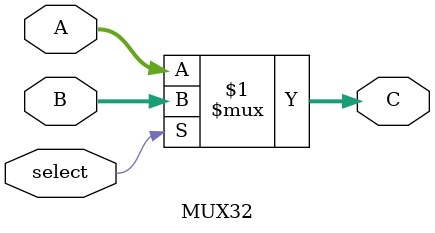
<source format=v>
`timescale 1ns / 1ps
module MUX32
(
	input[31:0] A,
	input[31:0] B,
	output[31:0] C,
	input select
);

assign C=(select)?B:A;

endmodule

</source>
